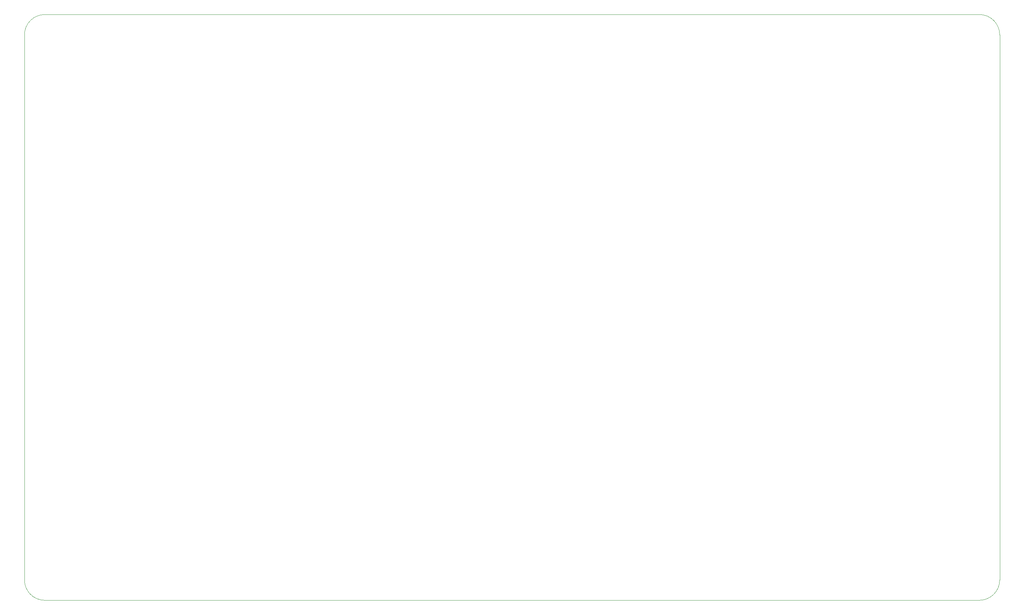
<source format=gbr>
%TF.GenerationSoftware,KiCad,Pcbnew,9.0.2*%
%TF.CreationDate,2025-10-03T07:29:49+01:00*%
%TF.ProjectId,MotorControl,4d6f746f-7243-46f6-9e74-726f6c2e6b69,rev?*%
%TF.SameCoordinates,Original*%
%TF.FileFunction,Profile,NP*%
%FSLAX46Y46*%
G04 Gerber Fmt 4.6, Leading zero omitted, Abs format (unit mm)*
G04 Created by KiCad (PCBNEW 9.0.2) date 2025-10-03 07:29:49*
%MOMM*%
%LPD*%
G01*
G04 APERTURE LIST*
%TA.AperFunction,Profile*%
%ADD10C,0.038100*%
%TD*%
G04 APERTURE END LIST*
D10*
X267190200Y-162890200D02*
X37541200Y-162890200D01*
X37541200Y-162890200D02*
G75*
G02*
X32541200Y-157890200I0J5000000D01*
G01*
X267190200Y-18948400D02*
G75*
G02*
X272190200Y-23948400I0J-5000000D01*
G01*
X32541200Y-157890200D02*
X32541200Y-23948400D01*
X272190200Y-157890200D02*
G75*
G02*
X267190200Y-162890200I-5000000J0D01*
G01*
X32541200Y-23948400D02*
G75*
G02*
X37541200Y-18948400I5000000J0D01*
G01*
X272190200Y-23948400D02*
X272190200Y-157890200D01*
X37541200Y-18948400D02*
X267190200Y-18948400D01*
M02*

</source>
